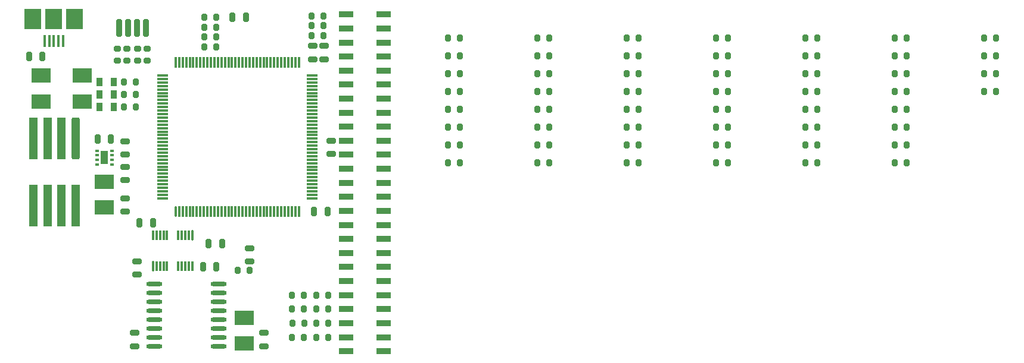
<source format=gtp>
G04*
G04 #@! TF.GenerationSoftware,Altium Limited,Altium Designer,20.0.2 (26)*
G04*
G04 Layer_Color=8421504*
%FSLAX44Y44*%
%MOMM*%
G71*
G01*
G75*
G04:AMPARAMS|DCode=17|XSize=0.8mm|YSize=1.3mm|CornerRadius=0.2mm|HoleSize=0mm|Usage=FLASHONLY|Rotation=180.000|XOffset=0mm|YOffset=0mm|HoleType=Round|Shape=RoundedRectangle|*
%AMROUNDEDRECTD17*
21,1,0.8000,0.9000,0,0,180.0*
21,1,0.4000,1.3000,0,0,180.0*
1,1,0.4000,-0.2000,0.4500*
1,1,0.4000,0.2000,0.4500*
1,1,0.4000,0.2000,-0.4500*
1,1,0.4000,-0.2000,-0.4500*
%
%ADD17ROUNDEDRECTD17*%
%ADD18R,2.1000X0.8900*%
%ADD19R,0.3500X1.6000*%
%ADD20O,0.3500X1.6000*%
%ADD21R,1.6000X0.3500*%
G04:AMPARAMS|DCode=22|XSize=0.8mm|YSize=1.3mm|CornerRadius=0.2mm|HoleSize=0mm|Usage=FLASHONLY|Rotation=270.000|XOffset=0mm|YOffset=0mm|HoleType=Round|Shape=RoundedRectangle|*
%AMROUNDEDRECTD22*
21,1,0.8000,0.9000,0,0,270.0*
21,1,0.4000,1.3000,0,0,270.0*
1,1,0.4000,-0.4500,-0.2000*
1,1,0.4000,-0.4500,0.2000*
1,1,0.4000,0.4500,0.2000*
1,1,0.4000,0.4500,-0.2000*
%
%ADD22ROUNDEDRECTD22*%
G04:AMPARAMS|DCode=23|XSize=0.8mm|YSize=1mm|CornerRadius=0.2mm|HoleSize=0mm|Usage=FLASHONLY|Rotation=0.000|XOffset=0mm|YOffset=0mm|HoleType=Round|Shape=RoundedRectangle|*
%AMROUNDEDRECTD23*
21,1,0.8000,0.6000,0,0,0.0*
21,1,0.4000,1.0000,0,0,0.0*
1,1,0.4000,0.2000,-0.3000*
1,1,0.4000,-0.2000,-0.3000*
1,1,0.4000,-0.2000,0.3000*
1,1,0.4000,0.2000,0.3000*
%
%ADD23ROUNDEDRECTD23*%
G04:AMPARAMS|DCode=24|XSize=0.8mm|YSize=1mm|CornerRadius=0.2mm|HoleSize=0mm|Usage=FLASHONLY|Rotation=270.000|XOffset=0mm|YOffset=0mm|HoleType=Round|Shape=RoundedRectangle|*
%AMROUNDEDRECTD24*
21,1,0.8000,0.6000,0,0,270.0*
21,1,0.4000,1.0000,0,0,270.0*
1,1,0.4000,-0.3000,-0.2000*
1,1,0.4000,-0.3000,0.2000*
1,1,0.4000,0.3000,0.2000*
1,1,0.4000,0.3000,-0.2000*
%
%ADD24ROUNDEDRECTD24*%
%ADD25R,2.8000X2.0000*%
%ADD26R,1.2000X6.0000*%
G04:AMPARAMS|DCode=27|XSize=6mm|YSize=1.2mm|CornerRadius=0.3mm|HoleSize=0mm|Usage=FLASHONLY|Rotation=270.000|XOffset=0mm|YOffset=0mm|HoleType=Round|Shape=RoundedRectangle|*
%AMROUNDEDRECTD27*
21,1,6.0000,0.6000,0,0,270.0*
21,1,5.4000,1.2000,0,0,270.0*
1,1,0.6000,-0.3000,-2.7000*
1,1,0.6000,-0.3000,2.7000*
1,1,0.6000,0.3000,2.7000*
1,1,0.6000,0.3000,-2.7000*
%
%ADD27ROUNDEDRECTD27*%
G04:AMPARAMS|DCode=28|XSize=0.4mm|YSize=0.5mm|CornerRadius=0.1mm|HoleSize=0mm|Usage=FLASHONLY|Rotation=90.000|XOffset=0mm|YOffset=0mm|HoleType=Round|Shape=RoundedRectangle|*
%AMROUNDEDRECTD28*
21,1,0.4000,0.3000,0,0,90.0*
21,1,0.2000,0.5000,0,0,90.0*
1,1,0.2000,0.1500,0.1000*
1,1,0.2000,0.1500,-0.1000*
1,1,0.2000,-0.1500,-0.1000*
1,1,0.2000,-0.1500,0.1000*
%
%ADD28ROUNDEDRECTD28*%
%ADD29R,0.5000X0.4000*%
%ADD30R,1.1000X1.9000*%
%ADD31R,2.4000X3.0000*%
%ADD32R,0.4000X1.7500*%
%ADD33R,0.8890X1.2700*%
G04:AMPARAMS|DCode=34|XSize=2.54mm|YSize=0.9144mm|CornerRadius=0mm|HoleSize=0mm|Usage=FLASHONLY|Rotation=90.000|XOffset=0mm|YOffset=0mm|HoleType=Round|Shape=Octagon|*
%AMOCTAGOND34*
4,1,8,0.2286,1.2700,-0.2286,1.2700,-0.4572,1.0414,-0.4572,-1.0414,-0.2286,-1.2700,0.2286,-1.2700,0.4572,-1.0414,0.4572,1.0414,0.2286,1.2700,0.0*
%
%ADD34OCTAGOND34*%

%ADD35R,0.3000X1.4500*%
G04:AMPARAMS|DCode=36|XSize=0.3mm|YSize=1.45mm|CornerRadius=0.075mm|HoleSize=0mm|Usage=FLASHONLY|Rotation=180.000|XOffset=0mm|YOffset=0mm|HoleType=Round|Shape=RoundedRectangle|*
%AMROUNDEDRECTD36*
21,1,0.3000,1.3000,0,0,180.0*
21,1,0.1500,1.4500,0,0,180.0*
1,1,0.1500,-0.0750,0.6500*
1,1,0.1500,0.0750,0.6500*
1,1,0.1500,0.0750,-0.6500*
1,1,0.1500,-0.0750,-0.6500*
%
%ADD36ROUNDEDRECTD36*%
%ADD37O,2.3000X0.6000*%
D17*
X989000Y450520D02*
D03*
X970000D02*
D03*
X1120000Y496520D02*
D03*
X1139000D02*
D03*
X1004000Y773520D02*
D03*
X1023000D02*
D03*
X891000Y480520D02*
D03*
X872000D02*
D03*
X812000Y599520D02*
D03*
X831000D02*
D03*
X981000Y417520D02*
D03*
X962000D02*
D03*
X715000Y717520D02*
D03*
X734000D02*
D03*
D18*
X1218500Y317520D02*
D03*
Y297520D02*
D03*
Y337520D02*
D03*
Y357520D02*
D03*
Y437520D02*
D03*
Y417520D02*
D03*
Y377520D02*
D03*
Y397520D02*
D03*
Y477520D02*
D03*
Y457520D02*
D03*
X1165500D02*
D03*
Y477520D02*
D03*
Y417520D02*
D03*
Y377520D02*
D03*
Y397520D02*
D03*
Y437520D02*
D03*
Y357520D02*
D03*
Y317520D02*
D03*
Y297520D02*
D03*
Y337520D02*
D03*
X1218493Y537520D02*
D03*
Y517520D02*
D03*
Y497520D02*
D03*
Y577520D02*
D03*
Y557520D02*
D03*
X1165493D02*
D03*
Y577520D02*
D03*
Y517520D02*
D03*
Y497520D02*
D03*
Y537520D02*
D03*
X1218500Y617520D02*
D03*
Y597520D02*
D03*
Y637520D02*
D03*
Y657520D02*
D03*
Y737520D02*
D03*
Y717520D02*
D03*
Y677520D02*
D03*
Y697520D02*
D03*
Y777520D02*
D03*
Y757520D02*
D03*
X1165500D02*
D03*
Y777520D02*
D03*
Y717520D02*
D03*
Y677520D02*
D03*
Y697520D02*
D03*
Y737520D02*
D03*
Y657520D02*
D03*
Y617520D02*
D03*
Y597520D02*
D03*
Y637520D02*
D03*
D19*
X943250Y709270D02*
D03*
X948250D02*
D03*
X928250Y496770D02*
D03*
X933250D02*
D03*
X938250D02*
D03*
X943250D02*
D03*
X948250D02*
D03*
X953250D02*
D03*
X958250D02*
D03*
X963250D02*
D03*
X968250D02*
D03*
X973250D02*
D03*
X978250D02*
D03*
X983250D02*
D03*
X988250D02*
D03*
X993250D02*
D03*
X998250D02*
D03*
X1003250D02*
D03*
X1008250D02*
D03*
X1013250D02*
D03*
X1018250D02*
D03*
X1023250D02*
D03*
X1028250D02*
D03*
X1033250D02*
D03*
X1038250D02*
D03*
X1043250D02*
D03*
X1048250D02*
D03*
X1053250D02*
D03*
X1058250D02*
D03*
X1063250D02*
D03*
X1068250D02*
D03*
X1073250D02*
D03*
X1078250D02*
D03*
X1083250D02*
D03*
X1088250D02*
D03*
X1093250D02*
D03*
X1098250D02*
D03*
Y709270D02*
D03*
X1093250D02*
D03*
X1088250D02*
D03*
X1083250D02*
D03*
X1078250D02*
D03*
X1073250D02*
D03*
X1068250D02*
D03*
X1063250D02*
D03*
X1058250D02*
D03*
X1053250D02*
D03*
X1048250D02*
D03*
X1043250D02*
D03*
X1038250D02*
D03*
X1033250D02*
D03*
X1028250D02*
D03*
X1023250D02*
D03*
X1018250D02*
D03*
X1013250D02*
D03*
X1008250D02*
D03*
X1003250D02*
D03*
X998250D02*
D03*
X993250D02*
D03*
X988250D02*
D03*
X983250D02*
D03*
X978250D02*
D03*
X973250D02*
D03*
X968250D02*
D03*
X963250D02*
D03*
X958250D02*
D03*
X953250D02*
D03*
X938250D02*
D03*
X933250D02*
D03*
X928250D02*
D03*
X923250D02*
D03*
D20*
Y496770D02*
D03*
D21*
X1117000Y515520D02*
D03*
Y520520D02*
D03*
Y525520D02*
D03*
Y530520D02*
D03*
Y535520D02*
D03*
Y540520D02*
D03*
Y545520D02*
D03*
Y550520D02*
D03*
Y555520D02*
D03*
Y560520D02*
D03*
Y565520D02*
D03*
Y570520D02*
D03*
Y575520D02*
D03*
Y580520D02*
D03*
Y585520D02*
D03*
Y590520D02*
D03*
Y595520D02*
D03*
Y600520D02*
D03*
Y605520D02*
D03*
Y610520D02*
D03*
Y615520D02*
D03*
Y620520D02*
D03*
Y625520D02*
D03*
Y630520D02*
D03*
Y635520D02*
D03*
Y640520D02*
D03*
Y645520D02*
D03*
Y650520D02*
D03*
Y655520D02*
D03*
Y660520D02*
D03*
Y665520D02*
D03*
Y670520D02*
D03*
Y675520D02*
D03*
Y680520D02*
D03*
Y685520D02*
D03*
Y690520D02*
D03*
X904500D02*
D03*
Y685520D02*
D03*
Y680520D02*
D03*
Y675520D02*
D03*
Y670520D02*
D03*
Y665520D02*
D03*
Y660520D02*
D03*
Y655520D02*
D03*
Y650520D02*
D03*
Y645520D02*
D03*
Y640520D02*
D03*
Y635520D02*
D03*
Y630520D02*
D03*
Y625520D02*
D03*
Y620520D02*
D03*
Y615520D02*
D03*
Y610520D02*
D03*
Y605520D02*
D03*
Y600520D02*
D03*
Y595520D02*
D03*
Y590520D02*
D03*
Y585520D02*
D03*
Y580520D02*
D03*
Y575520D02*
D03*
Y570520D02*
D03*
Y565520D02*
D03*
Y560520D02*
D03*
Y555520D02*
D03*
Y550520D02*
D03*
Y545520D02*
D03*
Y540520D02*
D03*
Y535520D02*
D03*
Y530520D02*
D03*
Y525520D02*
D03*
Y520520D02*
D03*
Y515520D02*
D03*
D22*
X1118000Y732520D02*
D03*
Y713520D02*
D03*
X1134000Y732520D02*
D03*
Y713520D02*
D03*
X1028000Y425520D02*
D03*
Y444520D02*
D03*
X1144000Y578520D02*
D03*
Y597520D02*
D03*
X868000Y425520D02*
D03*
Y406520D02*
D03*
X851000Y577520D02*
D03*
Y596520D02*
D03*
Y560520D02*
D03*
Y541520D02*
D03*
X865000Y323520D02*
D03*
Y304520D02*
D03*
X1049000Y323520D02*
D03*
Y304520D02*
D03*
X851000Y496520D02*
D03*
Y515520D02*
D03*
D23*
X1139962Y377520D02*
D03*
X1122962D02*
D03*
X1139962Y357520D02*
D03*
X1122962D02*
D03*
X1139962Y337520D02*
D03*
X1122962D02*
D03*
X1139962Y317520D02*
D03*
X1122962D02*
D03*
X1088000Y377520D02*
D03*
X1105000D02*
D03*
X1088000Y357520D02*
D03*
X1105000D02*
D03*
X1089000Y337520D02*
D03*
X1106000D02*
D03*
X1088000Y317520D02*
D03*
X1105000D02*
D03*
X850000Y645520D02*
D03*
X867000D02*
D03*
Y681520D02*
D03*
X850000D02*
D03*
Y663520D02*
D03*
X867000D02*
D03*
X964000Y745520D02*
D03*
X981000D02*
D03*
Y731520D02*
D03*
X964000D02*
D03*
X1011000Y412520D02*
D03*
X1028000D02*
D03*
X981000Y759520D02*
D03*
X964000D02*
D03*
Y773520D02*
D03*
X981000D02*
D03*
X1116000Y747520D02*
D03*
X1133000D02*
D03*
Y761520D02*
D03*
X1116000D02*
D03*
Y775520D02*
D03*
X1133000D02*
D03*
X2089000Y692920D02*
D03*
X2072000D02*
D03*
Y667520D02*
D03*
X2089000D02*
D03*
Y743720D02*
D03*
X2072000D02*
D03*
Y718320D02*
D03*
X2089000D02*
D03*
X1962000Y591320D02*
D03*
X1945000D02*
D03*
Y565920D02*
D03*
X1962000D02*
D03*
Y642120D02*
D03*
X1945000D02*
D03*
Y616720D02*
D03*
X1962000D02*
D03*
Y692920D02*
D03*
X1945000D02*
D03*
Y667520D02*
D03*
X1962000D02*
D03*
Y743720D02*
D03*
X1945000D02*
D03*
Y718320D02*
D03*
X1962000D02*
D03*
X1835000Y591320D02*
D03*
X1818000D02*
D03*
Y565920D02*
D03*
X1835000D02*
D03*
Y642120D02*
D03*
X1818000D02*
D03*
Y616720D02*
D03*
X1835000D02*
D03*
Y692920D02*
D03*
X1818000D02*
D03*
Y667520D02*
D03*
X1835000D02*
D03*
Y743720D02*
D03*
X1818000D02*
D03*
Y718320D02*
D03*
X1835000D02*
D03*
X1708000Y591320D02*
D03*
X1691000D02*
D03*
Y565920D02*
D03*
X1708000D02*
D03*
Y642120D02*
D03*
X1691000D02*
D03*
Y616720D02*
D03*
X1708000D02*
D03*
Y692920D02*
D03*
X1691000D02*
D03*
Y667520D02*
D03*
X1708000D02*
D03*
Y743720D02*
D03*
X1691000D02*
D03*
Y718320D02*
D03*
X1708000D02*
D03*
X1581000Y591320D02*
D03*
X1564000D02*
D03*
Y565920D02*
D03*
X1581000D02*
D03*
Y642120D02*
D03*
X1564000D02*
D03*
Y616720D02*
D03*
X1581000D02*
D03*
Y692920D02*
D03*
X1564000D02*
D03*
Y667520D02*
D03*
X1581000D02*
D03*
Y743720D02*
D03*
X1564000D02*
D03*
Y718320D02*
D03*
X1581000D02*
D03*
X1454000Y591320D02*
D03*
X1437000D02*
D03*
Y565920D02*
D03*
X1454000D02*
D03*
Y642120D02*
D03*
X1437000D02*
D03*
Y616720D02*
D03*
X1454000D02*
D03*
Y692920D02*
D03*
X1437000D02*
D03*
Y667520D02*
D03*
X1454000D02*
D03*
Y743720D02*
D03*
X1437000D02*
D03*
Y718320D02*
D03*
X1454000D02*
D03*
X1327000Y591320D02*
D03*
X1310000D02*
D03*
Y565920D02*
D03*
X1327000D02*
D03*
Y642120D02*
D03*
X1310000D02*
D03*
Y616720D02*
D03*
X1327000D02*
D03*
Y692920D02*
D03*
X1310000D02*
D03*
Y667520D02*
D03*
X1327000D02*
D03*
Y743720D02*
D03*
X1310000D02*
D03*
Y718320D02*
D03*
X1327000D02*
D03*
D24*
X840000Y711520D02*
D03*
Y728520D02*
D03*
X854000Y728520D02*
D03*
Y711520D02*
D03*
X869000Y711520D02*
D03*
Y728520D02*
D03*
X883000D02*
D03*
Y711520D02*
D03*
D25*
X732000Y690350D02*
D03*
Y653520D02*
D03*
X790000D02*
D03*
Y690350D02*
D03*
X822000Y502520D02*
D03*
Y539350D02*
D03*
X1021000Y308520D02*
D03*
Y345350D02*
D03*
D26*
X721000Y600520D02*
D03*
X741000D02*
D03*
X721000Y505520D02*
D03*
X761000Y600520D02*
D03*
X741000Y505520D02*
D03*
X781000D02*
D03*
X761000D02*
D03*
D27*
X781000Y600520D02*
D03*
D28*
X811500Y583270D02*
D03*
D29*
Y576770D02*
D03*
Y570270D02*
D03*
X832500Y583270D02*
D03*
Y570270D02*
D03*
Y576770D02*
D03*
X811500Y563770D02*
D03*
X832500D02*
D03*
D30*
X822000Y573520D02*
D03*
D31*
X779750Y770770D02*
D03*
X720250D02*
D03*
X750000D02*
D03*
D32*
X743500Y739520D02*
D03*
X750000D02*
D03*
X756500D02*
D03*
X763000D02*
D03*
X737000D02*
D03*
D33*
X835320Y681520D02*
D03*
X815000D02*
D03*
X835000Y645520D02*
D03*
X814680D02*
D03*
X835320Y663520D02*
D03*
X815000D02*
D03*
D34*
X842560Y758580D02*
D03*
X855260D02*
D03*
X867960D02*
D03*
X880660D02*
D03*
D35*
X911000Y462520D02*
D03*
X906000D02*
D03*
X901000D02*
D03*
X896000D02*
D03*
X891000D02*
D03*
X911000Y418520D02*
D03*
X906000D02*
D03*
X901000D02*
D03*
X896000D02*
D03*
X927000D02*
D03*
X932000D02*
D03*
X937000D02*
D03*
X942000D02*
D03*
X947000D02*
D03*
X927000Y462520D02*
D03*
X932000D02*
D03*
X937000D02*
D03*
X942000D02*
D03*
D36*
X891000Y418520D02*
D03*
X947000Y462520D02*
D03*
D37*
X892500Y393320D02*
D03*
Y380620D02*
D03*
Y367920D02*
D03*
Y355220D02*
D03*
Y342520D02*
D03*
Y329820D02*
D03*
Y317120D02*
D03*
Y304420D02*
D03*
X984000Y393320D02*
D03*
Y380620D02*
D03*
Y367920D02*
D03*
Y355220D02*
D03*
Y342520D02*
D03*
Y329820D02*
D03*
Y317120D02*
D03*
Y304420D02*
D03*
M02*

</source>
